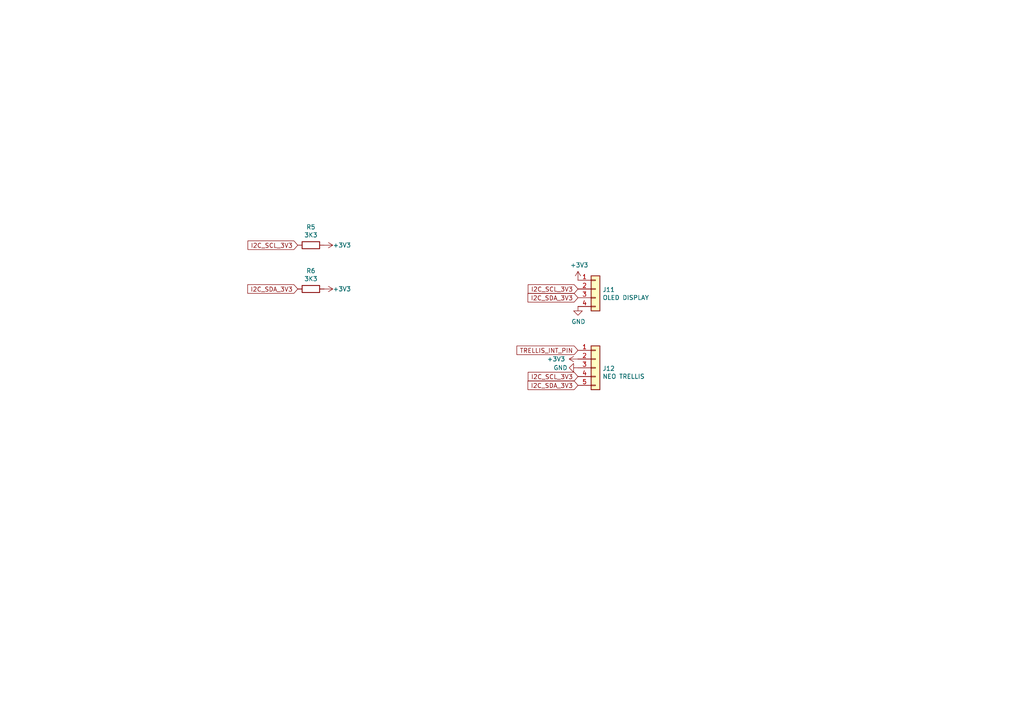
<source format=kicad_sch>
(kicad_sch (version 20211123) (generator eeschema)
  (paper "A4")
  (lib_symbols
    (symbol "Connector_Generic:Conn_01x04" (pin_names (offset 1.016) hide)
      (property "Reference" "J" (at 0 5.08 0))
      (property "Value" "Conn_01x04" (at 0 -7.62 0))
      (symbol "Conn_01x04_1_1"
        (rectangle (start -1.27 -4.953) (end 0 -5.207) (stroke (width 0.1524)))
        (rectangle (start -1.27 -2.413) (end 0 -2.667) (stroke (width 0.1524)))
        (rectangle (start -1.27 0.127) (end 0 -0.127) (stroke (width 0.1524)))
        (rectangle (start -1.27 2.667) (end 0 2.413) (stroke (width 0.1524)))
        (rectangle (start -1.27 3.81) (end 1.27 -6.35) (stroke (width 0.254)) (fill (type background)))
        (pin passive line (at -5.08 2.54 0) (length 3.81) (name "Pin_1") (number "1"))
        (pin passive line (at -5.08 0 0) (length 3.81) (name "Pin_2") (number "2"))
        (pin passive line (at -5.08 -2.54 0) (length 3.81) (name "Pin_3") (number "3"))
        (pin passive line (at -5.08 -5.08 0) (length 3.81) (name "Pin_4") (number "4"))
      )
    )
    (symbol "Connector_Generic:Conn_01x05" (pin_names (offset 1.016) hide)
      (property "Reference" "J" (at 0 7.62 0))
      (property "Value" "Conn_01x05" (at 0 -7.62 0))
      (symbol "Conn_01x05_1_1"
        (rectangle (start -1.27 -4.953) (end 0 -5.207) (stroke (width 0.1524)))
        (rectangle (start -1.27 -2.413) (end 0 -2.667) (stroke (width 0.1524)))
        (rectangle (start -1.27 0.127) (end 0 -0.127) (stroke (width 0.1524)))
        (rectangle (start -1.27 2.667) (end 0 2.413) (stroke (width 0.1524)))
        (rectangle (start -1.27 5.207) (end 0 4.953) (stroke (width 0.1524)))
        (rectangle (start -1.27 6.35) (end 1.27 -6.35) (stroke (width 0.254)) (fill (type background)))
        (pin passive line (at -5.08 5.08 0) (length 3.81) (name "Pin_1") (number "1"))
        (pin passive line (at -5.08 2.54 0) (length 3.81) (name "Pin_2") (number "2"))
        (pin passive line (at -5.08 0 0) (length 3.81) (name "Pin_3") (number "3"))
        (pin passive line (at -5.08 -2.54 0) (length 3.81) (name "Pin_4") (number "4"))
        (pin passive line (at -5.08 -5.08 0) (length 3.81) (name "Pin_5") (number "5"))
      )
    )
    (symbol "Device:R" (pin_numbers hide) (pin_names (offset 0))
      (property "Reference" "R" (at 2.032 0 90))
      (property "Value" "R" (at 0 0 90))
      (symbol "R_0_1"
        (rectangle (start -1.016 -2.54) (end 1.016 2.54) (stroke (width 0.254)))
      )
      (symbol "R_1_1"
        (pin passive line (at 0 3.81 270) (length 1.27) (name "~") (number "1"))
        (pin passive line (at 0 -3.81 90) (length 1.27) (name "~") (number "2"))
      )
    )
    (symbol "power:+3V3" (power) (pin_names (offset 0))
      (property "Value" "+3V3" (at 0 3.556 0))
      (symbol "+3V3_0_1"
        (polyline (pts (xy -0.762 1.27) (xy 0 2.54)))
        (polyline (pts (xy 0 0) (xy 0 2.54)))
        (polyline (pts (xy 0 2.54) (xy 0.762 1.27)))
      )
      (symbol "+3V3_1_1"
        (pin power_in line (at 0 0 90) (length 0) hide (name "+3V3") (number "1"))
      )
    )
    (symbol "power:GND" (power) (pin_names (offset 0))
      (property "Value" "GND" (at 0 -3.81 0))
      (symbol "GND_0_1"
        (polyline (pts (xy 0 0) (xy 0 -1.27) (xy 1.27 -1.27) (xy 0 -2.54) (xy -1.27 -1.27) (xy 0 -1.27)))
      )
      (symbol "GND_1_1"
        (pin power_in line (at 0 0 270) (length 0) hide (name "GND") (number "1"))
      )
    )
  )
  (global_label "I2C_SCL_3V3" (shape input) (at 167.64 109.22 180) (property "Intersheet References" "${INTERSHEET_REFS}" (effects hide)))
  (global_label "I2C_SDA_3V3" (shape input) (at 167.64 86.36 180) (property "Intersheet References" "${INTERSHEET_REFS}" (effects hide)))
  (global_label "I2C_SDA_3V3" (shape input) (at 167.64 111.76 180) (property "Intersheet References" "${INTERSHEET_REFS}" (effects hide)))
  (global_label "I2C_SCL_3V3" (shape input) (at 167.64 83.82 180) (property "Intersheet References" "${INTERSHEET_REFS}" (effects hide)))
  (global_label "TRELLIS_INT_PIN" (shape input) (at 167.64 101.6 180) (property "Intersheet References" "${INTERSHEET_REFS}" (effects hide)))
  (global_label "I2C_SDA_3V3" (shape input) (at 86.36 83.82 180) (property "Intersheet References" "${INTERSHEET_REFS}" (effects hide)))
  (global_label "I2C_SCL_3V3" (shape input) (at 86.36 71.12 180) (property "Intersheet References" "${INTERSHEET_REFS}" (effects hide)))
  (symbol (lib_id "Connector_Generic:Conn_01x04") (at 172.72 83.82 0) (unit 1)
    (property "Reference" "J11" (at 174.752 84.0232 0) (effects (justify left)))
    (property "Value" "OLED DISPLAY" (at 174.752 86.3346 0) (effects (justify left)))
    (property "Footprint" "Connector_JST:JST_XH_B4B-XH-A_1x04_P2.50mm_Vertical" (effects hide))
  )
  (symbol (lib_id "power:+3V3") (at 167.64 81.28 0) (unit 1)
    (property "Reference" "#PWR026" (effects hide))
    (property "Value" "+3V3" (at 168.021 76.8858 0))
  )
  (symbol (lib_id "power:GND") (at 167.64 88.9 0) (unit 1)
    (property "Reference" "#PWR027" (effects hide))
    (property "Value" "GND" (at 167.767 93.2942 0))
  )
  (symbol (lib_id "power:GND") (at 167.64 106.68 270) (unit 1)
    (property "Reference" "#PWR029" (effects hide))
    (property "Value" "GND" (at 162.56 106.68 90))
  )
  (symbol (lib_id "power:+3V3") (at 167.64 104.14 90) (unit 1)
    (property "Reference" "#PWR028" (effects hide))
    (property "Value" "+3V3" (at 161.29 104.14 90))
  )
  (symbol (lib_id "Connector_Generic:Conn_01x05") (at 172.72 106.68 0) (unit 1)
    (property "Reference" "J12" (at 174.752 106.8832 0) (effects (justify left)))
    (property "Value" "NEO TRELLIS" (at 174.752 109.1946 0) (effects (justify left)))
    (property "Footprint" "Connector_JST:JST_XH_B5B-XH-A_1x05_P2.50mm_Vertical" (effects hide))
  )
  (symbol (lib_id "power:+3V3") (at 93.98 83.82 270) (unit 1)
    (property "Reference" "#PWR0117" (effects hide))
    (property "Value" "+3V3" (at 96.52 83.82 90) (effects (justify left)))
  )
  (symbol (lib_id "power:+3V3") (at 93.98 71.12 270) (unit 1)
    (property "Reference" "#PWR0116" (effects hide))
    (property "Value" "+3V3" (at 96.52 71.12 90) (effects (justify left)))
  )
  (symbol (lib_id "Device:R") (at 90.17 71.12 270) (unit 1)
    (property "Reference" "R5" (at 90.17 65.8622 90))
    (property "Value" "3K3" (at 90.17 68.1736 90))
    (property "Footprint" "Resistor_SMD:R_0805_2012Metric" (effects hide))
  )
  (symbol (lib_id "Device:R") (at 90.17 83.82 270) (unit 1)
    (property "Reference" "R6" (at 90.17 78.5622 90))
    (property "Value" "3K3" (at 90.17 80.8736 90))
    (property "Footprint" "Resistor_SMD:R_0805_2012Metric" (effects hide))
  )
)
</source>
